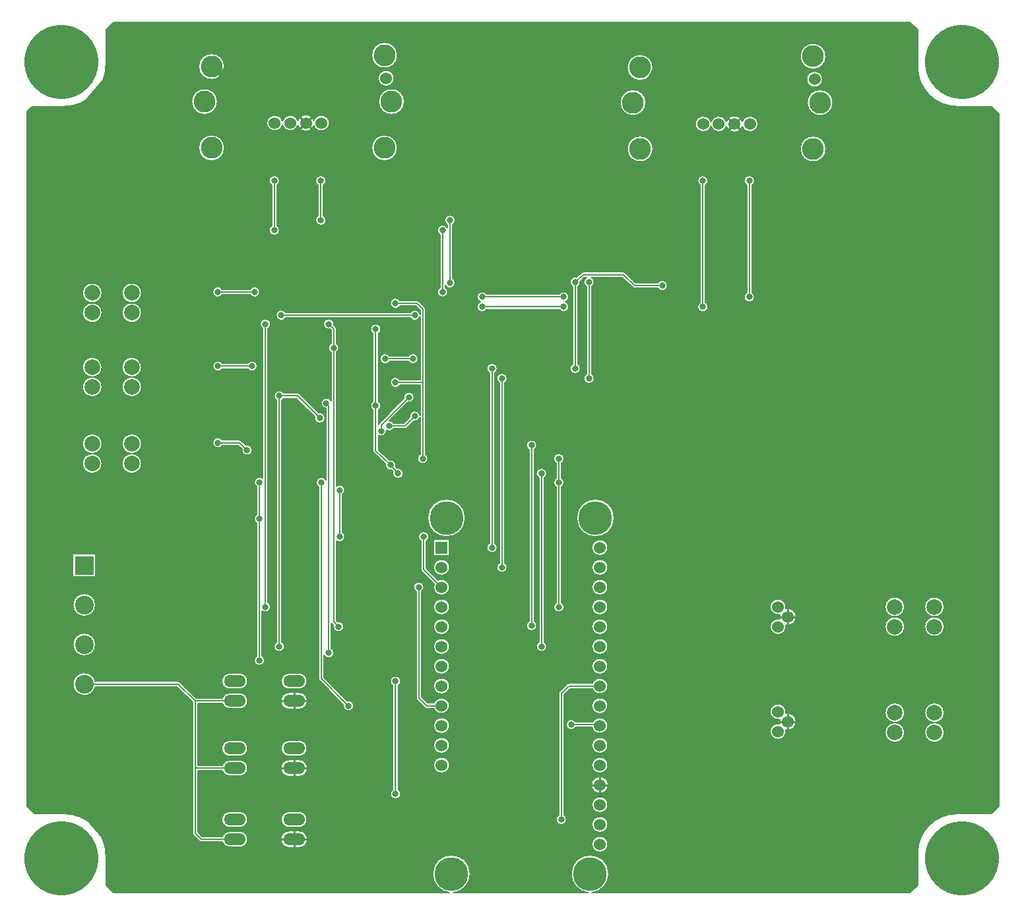
<source format=gbr>
G04 EasyPC Gerber Version 22.0 Build 4696 *
G04 #@! TF.Part,Single*
G04 #@! TF.FileFunction,Copper,L2,Bot *
G04 #@! TF.FilePolarity,Positive *
%FSLAX35Y35*%
%MOIN*%
G04 #@! TA.AperFunction,ComponentPad*
%ADD26R,0.06000X0.06000*%
%ADD24R,0.09449X0.09449*%
G04 #@! TD.AperFunction*
%ADD10C,0.00500*%
%ADD15C,0.00700*%
%ADD13C,0.01000*%
G04 #@! TA.AperFunction,ViaPad*
%ADD14C,0.03200*%
G04 #@! TA.AperFunction,ComponentPad*
%ADD17C,0.06000*%
%ADD21C,0.07874*%
%ADD25C,0.09449*%
%ADD18C,0.11024*%
%ADD27C,0.17000*%
G04 #@! TA.AperFunction,WasherPad*
%ADD16C,0.37500*%
G04 #@! TA.AperFunction,ComponentPad*
%ADD23O,0.11000X0.06000*%
X0Y0D02*
D02*
D10*
X5250Y400250D02*
Y49000D01*
X9000Y45250*
X24000*
G75*
G02X45250Y24000J-21250*
G01*
Y9000*
X49000Y5250*
X218774*
G75*
G02X210200Y14750I976J9500*
G01*
G75*
G02X229300I9550*
G01*
G75*
G02X220726Y5250I-9550*
G01*
X288774*
G75*
G02X280200Y14750I976J9500*
G01*
G75*
G02X299300I9550*
G01*
G75*
G02X290726Y5250I-9550*
G01*
X451500*
X455250Y9000*
Y25250*
G75*
G02X475250Y45250I20000*
G01*
X492750*
X496500Y49000*
Y399000*
X492750Y402750*
X475250*
G75*
G02X455250Y422750J20000*
G01*
Y441500*
X451500Y445250*
X49000*
X45250Y441500*
Y424000*
G75*
G02X24000Y402750I-21250*
G01*
X7750*
X5250Y400250*
X458763Y86250D02*
G75*
G02X468737I4987D01*
G01*
G75*
G02X458763I-4987*
G01*
Y96250D02*
G75*
G02X468737I4987D01*
G01*
G75*
G02X458763I-4987*
G01*
Y139750D02*
G75*
G02X468737I4987D01*
G01*
G75*
G02X458763I-4987*
G01*
Y149750D02*
G75*
G02X468737I4987D01*
G01*
G75*
G02X458763I-4987*
G01*
X53263Y222250D02*
G75*
G02X63237I4987D01*
G01*
G75*
G02X53263I-4987*
G01*
Y232250D02*
G75*
G02X63237I4987D01*
G01*
G75*
G02X53263I-4987*
G01*
Y261000D02*
G75*
G02X63237I4987D01*
G01*
G75*
G02X53263I-4987*
G01*
Y271000D02*
G75*
G02X63237I4987D01*
G01*
G75*
G02X53263I-4987*
G01*
Y298500D02*
G75*
G02X63237I4987D01*
G01*
G75*
G02X53263I-4987*
G01*
Y308500D02*
G75*
G02X63237I4987D01*
G01*
G75*
G02X53263I-4987*
G01*
X88444Y405250D02*
G75*
G02X101568I6562D01*
G01*
G75*
G02X88444I-6562*
G01*
X91987Y381825D02*
G75*
G02X105111I6562D01*
G01*
G75*
G02X91987I-6562*
G01*
X115899Y231581D02*
G75*
G02X119150Y229000I601J-2581D01*
G01*
G75*
G02X113850I-2650*
G01*
G75*
G02X113919Y229601I2650J1*
G01*
X112170Y231350*
X104000*
G75*
G02X99100Y232750I-2250J1400*
G01*
G75*
G02X104000Y234150I2650*
G01*
X112750*
G75*
G02X113741Y233739J-1400*
G01*
X115899Y231581*
X112750Y116301D02*
G75*
G02Y108199J-4051D01*
G01*
X107750*
G75*
G02Y116301J4051*
G01*
X112750*
X116750Y272900D02*
G75*
G02X121650Y271500I2250J-1400D01*
G01*
G75*
G02X116750Y270100I-2650*
G01*
X104000*
G75*
G02X99100Y271500I-2250J1400*
G01*
G75*
G02X104000Y272900I2650*
G01*
X116750*
X123100Y292750D02*
G75*
G02X128400I2650D01*
G01*
G75*
G02X127150Y290500I-2650*
G01*
Y152000*
G75*
G02X128400Y149750I-1400J-2250*
G01*
G75*
G02X124150Y147637I-2650*
G01*
Y125000*
G75*
G02X125400Y122750I-1400J-2250*
G01*
G75*
G02X120100I-2650*
G01*
G75*
G02X121350Y125000I2650*
G01*
Y192000*
G75*
G02Y196500I1400J2250*
G01*
Y210500*
G75*
G02X120100Y212750I1400J2250*
G01*
G75*
G02X124350Y214863I2650*
G01*
Y290500*
G75*
G02X123100Y292750I1400J2250*
G01*
X118000Y310400D02*
G75*
G02X122900Y309000I2250J-1400D01*
G01*
G75*
G02X118000Y307600I-2650*
G01*
X104000*
G75*
G02X99100Y309000I-2250J1400*
G01*
G75*
G02X104000Y310400I2650*
G01*
X118000*
X91987Y422967D02*
G75*
G02X105111I6562D01*
G01*
G75*
G02X91987I-6562*
G01*
X150230Y395735D02*
G75*
G02X158111Y394423I3831J-1312D01*
G01*
G75*
G02X150230Y393111I-4050*
G01*
G75*
G02X142144I-4043J1312*
G01*
G75*
G02X134376Y393473I-3831J1312*
G01*
G75*
G02X126389Y394423I-3937J950*
G01*
G75*
G02X134376Y395373I4050*
G01*
G75*
G02X142144Y395735I3937J-950*
G01*
G75*
G02X150230I4043J-1312*
G01*
X151100Y365250D02*
G75*
G02X156400I2650D01*
G01*
G75*
G02X155150Y363000I-2650*
G01*
Y347500*
G75*
G02X156400Y345250I-1400J-2250*
G01*
G75*
G02X151100I-2650*
G01*
G75*
G02X152350Y347500I2650*
G01*
Y363000*
G75*
G02X151100Y365250I1400J2250*
G01*
X127600D02*
G75*
G02X132900I2650D01*
G01*
G75*
G02X131650Y363000I-2650*
G01*
Y342500*
G75*
G02X132900Y340250I-1400J-2250*
G01*
G75*
G02X127600I-2650*
G01*
G75*
G02X128850Y342500I2650*
G01*
Y363000*
G75*
G02X127600Y365250I1400J2250*
G01*
X152649Y247831D02*
G75*
G02X155900Y245250I601J-2581D01*
G01*
G75*
G02X150600I-2650*
G01*
G75*
G02X150669Y245851I2650J1*
G01*
X141420Y255100*
X135000*
G75*
G02X134150Y254250I-2250J1400*
G01*
Y132000*
G75*
G02X135400Y129750I-1400J-2250*
G01*
G75*
G02X130100I-2650*
G01*
G75*
G02X131350Y132000I2650*
G01*
Y254250*
G75*
G02X130100Y256500I1400J2250*
G01*
G75*
G02X135000Y257900I2650*
G01*
X142000*
G75*
G02X142991Y257489J-1400*
G01*
X152649Y247831*
X167149Y102331D02*
G75*
G02X170400Y99750I601J-2581D01*
G01*
G75*
G02X165100I-2650*
G01*
G75*
G02X165169Y100351I2650J1*
G01*
X153011Y112509*
G75*
G02X152600Y113500I989J991*
G01*
Y210500*
G75*
G02X151350Y212750I1400J2250*
G01*
G75*
G02X156350Y213975I2650*
G01*
Y250104*
G75*
G02X153850Y252750I150J2646*
G01*
G75*
G02X158850Y253975I2650*
G01*
Y278500*
G75*
G02Y283000I1400J2250*
G01*
Y289670*
X158351Y290169*
G75*
G02X155100Y292750I-601J2581*
G01*
G75*
G02X160400I2650*
G01*
G75*
G02X160331Y292149I-2650J-1*
G01*
X161239Y291241*
G75*
G02X161650Y290250I-989J-991*
G01*
Y283000*
G75*
G02Y278500I-1400J-2250*
G01*
Y210863*
G75*
G02X165900Y208750I1600J-2113*
G01*
G75*
G02X164650Y206500I-2650*
G01*
Y187500*
G75*
G02X165900Y185250I-1400J-2250*
G01*
G75*
G02X161650Y183137I-2650*
G01*
Y142830*
X162149Y142331*
G75*
G02X165400Y139750I601J-2581*
G01*
G75*
G02X160100I-2650*
G01*
G75*
G02X160169Y140351I2650J1*
G01*
X159261Y141259*
G75*
G02X159150Y141384I987J989*
G01*
Y128750*
G75*
G02X160400Y126500I-1400J-2250*
G01*
G75*
G02X155400Y125275I-2650*
G01*
Y114080*
X167149Y102331*
X142750Y36500D02*
G75*
G02Y28000J-4250D01*
G01*
X137750*
G75*
G02Y36500J4250*
G01*
X142750*
Y72500D02*
G75*
G02Y64000J-4250D01*
G01*
X137750*
G75*
G02Y72500J4250*
G01*
X142750*
Y46301D02*
G75*
G02Y38199J-4051D01*
G01*
X137750*
G75*
G02Y46301J4051*
G01*
X142750*
Y106500D02*
G75*
G02Y98000J-4250D01*
G01*
X137750*
G75*
G02Y106500J4250*
G01*
X142750*
Y82301D02*
G75*
G02Y74199J-4051D01*
G01*
X137750*
G75*
G02Y82301J4051*
G01*
X142750*
Y116301D02*
G75*
G02Y108199J-4051D01*
G01*
X137750*
G75*
G02Y116301J4051*
G01*
X142750*
X206650Y227000D02*
G75*
G02X207900Y224750I-1400J-2250D01*
G01*
G75*
G02X202600I-2650*
G01*
G75*
G02X203850Y227000I2650*
G01*
Y245738*
G75*
G02X200649Y243669I-2600J512*
G01*
X197241Y240261*
G75*
G02X196250Y239850I-991J989*
G01*
X190500*
G75*
G02X186891Y238975I-2250J1400*
G01*
G75*
G02X186900Y238750I-2639J-224*
G01*
G75*
G02X182900Y236470I-2650*
G01*
Y229108*
X188310Y224059*
G75*
G02X191539Y220739I689J-2559*
G01*
X192311Y219863*
G75*
G02X195400Y217250I439J-2613*
G01*
G75*
G02X190100I-2650*
G01*
G75*
G02X190211Y218011I2650J1*
G01*
X189439Y218887*
G75*
G02X186400Y222012I-439J2613*
G01*
X180546Y227475*
G75*
G02X180100Y228500I954J1025*
G01*
Y249250*
G75*
G02Y253750I1400J2250*
G01*
Y288000*
G75*
G02X178850Y290250I1400J2250*
G01*
G75*
G02X184150I2650*
G01*
G75*
G02X182900Y288000I-2650*
G01*
Y253750*
G75*
G02Y249250I-1400J-2250*
G01*
Y242121*
G75*
G02X183261Y242741I1350J-370*
G01*
X195669Y255149*
G75*
G02X195600Y255750I2581J600*
G01*
G75*
G02X200900I2650*
G01*
G75*
G02X197649Y253169I-2650*
G01*
X188377Y243897*
G75*
G02X190500Y242650I-127J-2647*
G01*
X195670*
X198669Y245649*
G75*
G02X198600Y246250I2581J600*
G01*
G75*
G02X203850Y246762I2650*
G01*
Y261850*
X193750*
G75*
G02X188850Y263250I-2250J1400*
G01*
G75*
G02X193750Y264650I2650*
G01*
X203850*
Y296738*
G75*
G02X199000Y295850I-2600J512*
G01*
X136000*
G75*
G02X131100Y297250I-2250J1400*
G01*
G75*
G02X136000Y298650I2650*
G01*
X199000*
G75*
G02X203850Y297762I2250J-1400*
G01*
Y299670*
X201670Y301850*
X193750*
G75*
G02X188850Y303250I-2250J1400*
G01*
G75*
G02X193750Y304650I2650*
G01*
X202250*
G75*
G02X203241Y304239J-1400*
G01*
X206239Y301241*
G75*
G02X206650Y300250I-989J-991*
G01*
Y227000*
X213053Y163427D02*
G75*
G02X218800Y159750I1697J-3677D01*
G01*
G75*
G02X210700I-4050*
G01*
G75*
G02X211073Y161447I4050*
G01*
X204761Y167759*
G75*
G02X204350Y168750I989J991*
G01*
Y183000*
G75*
G02X203100Y185250I1400J2250*
G01*
G75*
G02X208400I2650*
G01*
G75*
G02X207150Y183000I-2650*
G01*
Y169330*
X213053Y163427*
X210700Y109750D02*
G75*
G02X218800I4050D01*
G01*
G75*
G02X210700I-4050*
G01*
Y119750D02*
G75*
G02X218800I4050D01*
G01*
G75*
G02X210700I-4050*
G01*
Y129750D02*
G75*
G02X218800I4050D01*
G01*
G75*
G02X210700I-4050*
G01*
Y139750D02*
G75*
G02X218800I4050D01*
G01*
G75*
G02X210700I-4050*
G01*
Y149750D02*
G75*
G02X218800I4050D01*
G01*
G75*
G02X210700I-4050*
G01*
X207700Y194750D02*
G75*
G02X226800I9550D01*
G01*
G75*
G02X207700I-9550*
G01*
X210699Y183801D02*
X218801D01*
Y175699*
X210699*
Y183801*
X210700Y169750D02*
G75*
G02X218800I4050D01*
G01*
G75*
G02X210700I-4050*
G01*
X210950Y101150D02*
G75*
G02X218800Y99750I3800J-1400D01*
G01*
G75*
G02X210950Y98350I-4050*
G01*
X207250*
G75*
G02X206259Y98761J1400*
G01*
X202261Y102759*
G75*
G02X201850Y103750I989J991*
G01*
Y157500*
G75*
G02X200600Y159750I1400J2250*
G01*
G75*
G02X205900I2650*
G01*
G75*
G02X204650Y157500I-2650*
G01*
Y104330*
X207830Y101150*
X210950*
X210700Y69750D02*
G75*
G02X218800I4050D01*
G01*
G75*
G02X210700I-4050*
G01*
Y79750D02*
G75*
G02X218800I4050D01*
G01*
G75*
G02X210700I-4050*
G01*
Y89750D02*
G75*
G02X218800I4050D01*
G01*
G75*
G02X210700I-4050*
G01*
X188850Y112250D02*
G75*
G02X194150I2650D01*
G01*
G75*
G02X192900Y110000I-2650*
G01*
Y57500*
G75*
G02X194150Y55250I-1400J-2250*
G01*
G75*
G02X188850I-2650*
G01*
G75*
G02X190100Y57500I2650*
G01*
Y110000*
G75*
G02X188850Y112250I1400J2250*
G01*
X198000Y276650D02*
G75*
G02X202900Y275250I2250J-1400D01*
G01*
G75*
G02X198000Y273850I-2650*
G01*
X188500*
G75*
G02X183600Y275250I-2250J1400*
G01*
G75*
G02X188500Y276650I2650*
G01*
X198000*
X179389Y381825D02*
G75*
G02X192513I6562D01*
G01*
G75*
G02X179389I-6562*
G01*
Y428675D02*
G75*
G02X192513I6562D01*
G01*
G75*
G02X179389I-6562*
G01*
X182688Y417061D02*
G75*
G02X190788I4050D01*
G01*
G75*
G02X182688I-4050*
G01*
X182932Y405250D02*
G75*
G02X196056I6562D01*
G01*
G75*
G02X182932I-6562*
G01*
X216350Y345250D02*
G75*
G02X221650I2650D01*
G01*
G75*
G02X220400Y343000I-2650*
G01*
Y315823*
G75*
G02X221650Y313573I-1400J-2250*
G01*
G75*
G02X216650Y312348I-2650*
G01*
Y311250*
G75*
G02X217900Y309000I-1400J-2250*
G01*
G75*
G02X212600I-2650*
G01*
G75*
G02X213850Y311250I2650*
G01*
Y338000*
G75*
G02X212600Y340250I1400J2250*
G01*
G75*
G02X217600Y341475I2650*
G01*
Y343000*
G75*
G02X216350Y345250I1400J2250*
G01*
X274250Y307900D02*
G75*
G02X279150Y306500I2250J-1400D01*
G01*
G75*
G02X277379Y304000I-2650*
G01*
G75*
G02X279150Y301500I-879J-2500*
G01*
G75*
G02X274250Y300100I-2650*
G01*
X237500*
G75*
G02X232600Y301500I-2250J1400*
G01*
G75*
G02X234371Y304000I2650*
G01*
G75*
G02X232600Y306500I879J2500*
G01*
G75*
G02X237500Y307900I2650*
G01*
X274250*
X237600Y270250D02*
G75*
G02X242900I2650D01*
G01*
G75*
G02X241650Y268000I-2650*
G01*
Y182000*
G75*
G02X242900Y179750I-1400J-2250*
G01*
G75*
G02X237600I-2650*
G01*
G75*
G02X238850Y182000I2650*
G01*
Y268000*
G75*
G02X237600Y270250I1400J2250*
G01*
X242600Y265250D02*
G75*
G02X247900I2650D01*
G01*
G75*
G02X246650Y263000I-2650*
G01*
Y172000*
G75*
G02X247900Y169750I-1400J-2250*
G01*
G75*
G02X242600I-2650*
G01*
G75*
G02X243850Y172000I2650*
G01*
Y263000*
G75*
G02X242600Y265250I1400J2250*
G01*
X257600Y231500D02*
G75*
G02X262900I2650D01*
G01*
G75*
G02X261650Y229250I-2650*
G01*
Y142500*
G75*
G02X262900Y140250I-1400J-2250*
G01*
G75*
G02X257600I-2650*
G01*
G75*
G02X258850Y142500I2650*
G01*
Y229250*
G75*
G02X257600Y231500I1400J2250*
G01*
X262600Y217250D02*
G75*
G02X267900I2650D01*
G01*
G75*
G02X266650Y215000I-2650*
G01*
Y132000*
G75*
G02X267900Y129750I-1400J-2250*
G01*
G75*
G02X262600I-2650*
G01*
G75*
G02X263850Y132000I2650*
G01*
Y215000*
G75*
G02X262600Y217250I1400J2250*
G01*
X271350Y224750D02*
G75*
G02X276650I2650D01*
G01*
G75*
G02X275400Y222500I-2650*
G01*
Y215000*
G75*
G02Y210500I-1400J-2250*
G01*
Y152000*
G75*
G02X276650Y149750I-1400J-2250*
G01*
G75*
G02X271350I-2650*
G01*
G75*
G02X272600Y152000I2650*
G01*
Y210500*
G75*
G02Y215000I1400J2250*
G01*
Y222500*
G75*
G02X271350Y224750I1400J2250*
G01*
X290950Y111150D02*
G75*
G02X298800Y109750I3800J-1400D01*
G01*
G75*
G02X290950Y108350I-4050*
G01*
X279580*
X276650Y105420*
Y44500*
G75*
G02X277900Y42250I-1400J-2250*
G01*
G75*
G02X272600I-2650*
G01*
G75*
G02X273850Y44500I2650*
G01*
Y106000*
G75*
G02X274261Y106991I1400*
G01*
X278009Y110739*
G75*
G02X279000Y111150I991J-989*
G01*
X290950*
X290700Y99750D02*
G75*
G02X298800I4050D01*
G01*
G75*
G02X290700I-4050*
G01*
X291173Y91650D02*
G75*
G02X298800Y89750I3577J-1900D01*
G01*
G75*
G02X290801Y88850I-4050*
G01*
X282500*
G75*
G02X277600Y90250I-2250J1400*
G01*
G75*
G02X282500Y91650I2650*
G01*
X291173*
X290500Y59750D02*
G75*
G02X299000I4250D01*
G01*
G75*
G02X290500I-4250*
G01*
X290700Y29750D02*
G75*
G02X298800I4050D01*
G01*
G75*
G02X290700I-4050*
G01*
Y39750D02*
G75*
G02X298800I4050D01*
G01*
G75*
G02X290700I-4050*
G01*
Y49750D02*
G75*
G02X298800I4050D01*
G01*
G75*
G02X290700I-4050*
G01*
Y69750D02*
G75*
G02X298800I4050D01*
G01*
G75*
G02X290700I-4050*
G01*
Y79750D02*
G75*
G02X298800I4050D01*
G01*
G75*
G02X290700I-4050*
G01*
X324000Y313650D02*
G75*
G02X328900Y312250I2250J-1400D01*
G01*
G75*
G02X324000Y310850I-2650*
G01*
X312250*
G75*
G02X311259Y311261J1400*
G01*
X306170Y316350*
X290475*
G75*
G02X290650Y311750I-1225J-2350*
G01*
Y267500*
G75*
G02X291900Y265250I-1400J-2250*
G01*
G75*
G02X286600I-2650*
G01*
G75*
G02X287850Y267500I2650*
G01*
Y311750*
G75*
G02X288025Y316350I1400J2250*
G01*
X286830*
X284871Y314391*
G75*
G02X283650Y311750I-2621J-391*
G01*
Y272500*
G75*
G02X284900Y270250I-1400J-2250*
G01*
G75*
G02X279600I-2650*
G01*
G75*
G02X280850Y272500I2650*
G01*
Y311750*
G75*
G02X283047Y316527I1400J2250*
G01*
X285259Y318739*
G75*
G02X286250Y319150I991J-989*
G01*
X306750*
G75*
G02X307741Y318739J-1400*
G01*
X312830Y313650*
X324000*
X282950Y194750D02*
G75*
G02X302050I9550D01*
G01*
G75*
G02X282950I-9550*
G01*
X290700Y119750D02*
G75*
G02X298800I4050D01*
G01*
G75*
G02X290700I-4050*
G01*
Y129750D02*
G75*
G02X298800I4050D01*
G01*
G75*
G02X290700I-4050*
G01*
Y139750D02*
G75*
G02X298800I4050D01*
G01*
G75*
G02X290700I-4050*
G01*
Y149750D02*
G75*
G02X298800I4050D01*
G01*
G75*
G02X290700I-4050*
G01*
Y159750D02*
G75*
G02X298800I4050D01*
G01*
G75*
G02X290700I-4050*
G01*
Y169750D02*
G75*
G02X298800I4050D01*
G01*
G75*
G02X290700I-4050*
G01*
Y179750D02*
G75*
G02X298800I4050D01*
G01*
G75*
G02X290700I-4050*
G01*
X304944Y404750D02*
G75*
G02X318068I6562D01*
G01*
G75*
G02X304944I-6562*
G01*
X308487Y381325D02*
G75*
G02X321611I6562D01*
G01*
G75*
G02X308487I-6562*
G01*
Y422467D02*
G75*
G02X321611I6562D01*
G01*
G75*
G02X308487I-6562*
G01*
X366730Y395235D02*
G75*
G02X374611Y393923I3831J-1312D01*
G01*
G75*
G02X366730Y392611I-4050*
G01*
G75*
G02X358644I-4043J1312*
G01*
G75*
G02X350876Y392973I-3831J1312*
G01*
G75*
G02X342889Y393923I-3937J950*
G01*
G75*
G02X350876Y394873I4050*
G01*
G75*
G02X358644Y395235I3937J-950*
G01*
G75*
G02X366730I4043J-1312*
G01*
X367600Y365250D02*
G75*
G02X372900I2650D01*
G01*
G75*
G02X371650Y363000I-2650*
G01*
Y308750*
G75*
G02X372900Y306500I-1400J-2250*
G01*
G75*
G02X367600I-2650*
G01*
G75*
G02X368850Y308750I2650*
G01*
Y363000*
G75*
G02X367600Y365250I1400J2250*
G01*
X344100D02*
G75*
G02X349400I2650D01*
G01*
G75*
G02X348150Y363000I-2650*
G01*
Y303750*
G75*
G02X349400Y301500I-1400J-2250*
G01*
G75*
G02X344100I-2650*
G01*
G75*
G02X345350Y303750I2650*
G01*
Y363000*
G75*
G02X344100Y365250I1400J2250*
G01*
X388703Y95869D02*
G75*
G02X394000Y91750I1047J-4119D01*
G01*
G75*
G02X388703Y87631I-4250J0*
G01*
G75*
G02X384750Y82700I-3953J-881*
G01*
G75*
G02X380700Y86750J4050*
G01*
G75*
G02X385631Y90703I4051J-1*
G01*
G75*
G02Y92797I4119J1047*
G01*
G75*
G02X380700Y96750I-881J3953*
G01*
G75*
G02X384750Y100800I4050*
G01*
G75*
G02X388703Y95869I-1J-4051*
G01*
Y148869D02*
G75*
G02X394000Y144750I1047J-4119D01*
G01*
G75*
G02X388703Y140631I-4250J0*
G01*
G75*
G02X384750Y135700I-3953J-881*
G01*
G75*
G02X380700Y139750J4050*
G01*
G75*
G02X385631Y143703I4051J-1*
G01*
G75*
G02Y145797I4119J1047*
G01*
G75*
G02X380700Y149750I-881J3953*
G01*
G75*
G02X384750Y153800I4050*
G01*
G75*
G02X388703Y148869I-1J-4051*
G01*
X395889Y381325D02*
G75*
G02X409013I6562D01*
G01*
G75*
G02X395889I-6562*
G01*
Y428175D02*
G75*
G02X409013I6562D01*
G01*
G75*
G02X395889I-6562*
G01*
X399188Y416561D02*
G75*
G02X407288I4050D01*
G01*
G75*
G02X399188I-4050*
G01*
X399432Y404750D02*
G75*
G02X412556I6562D01*
G01*
G75*
G02X399432I-6562*
G01*
X438763Y86250D02*
G75*
G02X448737I4987D01*
G01*
G75*
G02X438763I-4987*
G01*
Y96250D02*
G75*
G02X448737I4987D01*
G01*
G75*
G02X438763I-4987*
G01*
Y139750D02*
G75*
G02X448737I4987D01*
G01*
G75*
G02X438763I-4987*
G01*
Y149750D02*
G75*
G02X448737I4987D01*
G01*
G75*
G02X438763I-4987*
G01*
X28474Y176526D02*
X40026D01*
Y164974*
X28474*
Y176526*
X112750Y106301D02*
G75*
G02Y98199J-4051D01*
G01*
X107750*
G75*
G02X103948Y100850J4051*
G01*
X91650*
Y69650*
X103948*
G75*
G02X107750Y72301I3802J-1400*
G01*
X112750*
G75*
G02Y64199J-4051*
G01*
X107750*
G75*
G02X103948Y66850J4051*
G01*
X91650*
Y35830*
X93830Y33650*
X103948*
G75*
G02X107750Y36301I3802J-1400*
G01*
X112750*
G75*
G02Y28199J-4051*
G01*
X107750*
G75*
G02X103948Y30850J4051*
G01*
X93250*
G75*
G02X92259Y31261J1400*
G01*
X89261Y34259*
G75*
G02X88850Y35250I989J991*
G01*
Y68885*
G75*
G02Y68889I1337J2*
G01*
G75*
G02Y68892I1337J2*
G01*
Y101670*
X81170Y109350*
X39852*
G75*
G02X28476Y110750I-5602J1400*
G01*
G75*
G02X39852Y112150I5774*
G01*
X81750*
G75*
G02X82741Y111739J-1400*
G01*
X90830Y103650*
X103948*
G75*
G02X107750Y106301I3802J-1400*
G01*
X112750*
Y82301D02*
G75*
G02Y74199J-4051D01*
G01*
X107750*
G75*
G02Y82301J4051*
G01*
X112750*
Y46301D02*
G75*
G02Y38199J-4051D01*
G01*
X107750*
G75*
G02Y46301J4051*
G01*
X112750*
X28476Y130750D02*
G75*
G02X40024I5774D01*
G01*
G75*
G02X28476I-5774*
G01*
Y150750D02*
G75*
G02X40024I5774D01*
G01*
G75*
G02X28476I-5774*
G01*
X33263Y222250D02*
G75*
G02X43237I4987D01*
G01*
G75*
G02X33263I-4987*
G01*
Y232250D02*
G75*
G02X43237I4987D01*
G01*
G75*
G02X33263I-4987*
G01*
Y261000D02*
G75*
G02X43237I4987D01*
G01*
G75*
G02X33263I-4987*
G01*
Y271000D02*
G75*
G02X43237I4987D01*
G01*
G75*
G02X33263I-4987*
G01*
Y298500D02*
G75*
G02X43237I4987D01*
G01*
G75*
G02X33263I-4987*
G01*
Y308500D02*
G75*
G02X43237I4987D01*
G01*
G75*
G02X33263I-4987*
G01*
X45250Y24000D02*
G36*
Y9000D01*
X48750Y5500*
X217375*
G75*
G02X210200Y14750I2375J9250*
G01*
G75*
G02X229300I9550*
G01*
G75*
G02X222125Y5500I-9550J0*
G01*
X287375*
G75*
G02X280200Y14750I2375J9250*
G01*
G75*
G02X299300I9550*
G01*
G75*
G02X292125Y5500I-9550J0*
G01*
X451750*
X455250Y9000*
Y25250*
G75*
G02X456515Y32250I20000*
G01*
X297936*
G75*
G02X298800Y29750I-3186J-2500*
G01*
G75*
G02X290700I-4050*
G01*
G75*
G02X291564Y32250I4050*
G01*
X147000*
G75*
G02X142750Y28000I-4250*
G01*
X137750*
G75*
G02X133500Y32250J4250*
G01*
X116801*
G75*
G02X112750Y28199I-4051*
G01*
X107750*
G75*
G02X103948Y30850I0J4052*
G01*
X93250*
G75*
G02X92259Y31261I0J1399*
G01*
X91270Y32250*
X43583*
G75*
G02X45250Y24000I-19584J-8250*
G01*
G37*
X34886Y42250D02*
G36*
G75*
G02X43583Y32250I-10886J-18250D01*
G01*
X91270*
X89261Y34259*
G75*
G02X88850Y35249I986J990*
G01*
G75*
G02Y35250I1611J1*
G01*
Y42250*
X34886*
G37*
X91650D02*
G36*
Y35830D01*
X93830Y33650*
X103948*
G75*
G02X107750Y36301I3802J-1400*
G01*
X112750*
G75*
G02X116801Y32250J-4051*
G01*
X133500*
G75*
G02X137750Y36500I4250*
G01*
X142750*
G75*
G02X147000Y32250J-4250*
G01*
X291564*
G75*
G02X297936I3186J-2500*
G01*
X456515*
G75*
G02X464714Y42250I18735J-7000*
G01*
X297936*
G75*
G02X298800Y39750I-3186J-2500*
G01*
G75*
G02X290700I-4050*
G01*
G75*
G02X291564Y42250I4050*
G01*
X277900*
G75*
G02X272600I-2650*
G01*
X146801*
G75*
G02X142750Y38199I-4051*
G01*
X137750*
G75*
G02X133699Y42250J4051*
G01*
X116801*
G75*
G02X112750Y38199I-4051*
G01*
X107750*
G75*
G02X103699Y42250J4051*
G01*
X91650*
G37*
X5500Y49750D02*
G36*
Y48750D01*
X9000Y45250*
X24000*
G75*
G02X34886Y42250I0J-21251*
G01*
X88850*
Y49750*
X5500*
G37*
X91650D02*
G36*
Y42250D01*
X103699*
G75*
G02X107750Y46301I4051*
G01*
X112750*
G75*
G02X116801Y42250J-4051*
G01*
X133699*
G75*
G02X137750Y46301I4051*
G01*
X142750*
G75*
G02X146801Y42250J-4051*
G01*
X272600*
G75*
G02X273850Y44500I2650*
G01*
Y49750*
X91650*
G37*
X276650D02*
G36*
Y44500D01*
G75*
G02X277900Y42250I-1400J-2250*
G01*
X291564*
G75*
G02X297936I3186J-2500*
G01*
X464714*
G75*
G02X475250Y45250I10536J-17000*
G01*
X492750*
X496250Y48750*
Y49750*
X298800*
G75*
G02X290700I-4050*
G01*
X276650*
G37*
X5500Y59750D02*
G36*
Y49750D01*
X88850*
Y59750*
X5500*
G37*
X91650D02*
G36*
Y49750D01*
X273850*
Y59750*
X192900*
Y57500*
G75*
G02X194150Y55250I-1400J-2250*
G01*
G75*
G02X188850I-2650*
G01*
G75*
G02X190100Y57500I2650*
G01*
Y59750*
X91650*
G37*
X276650D02*
G36*
Y49750D01*
X290700*
G75*
G02X298800I4050*
G01*
X496250*
Y59750*
X299000*
G75*
G02X290500I-4250*
G01*
X276650*
G37*
X5500Y68250D02*
G36*
Y59750D01*
X88850*
Y68250*
X5500*
G37*
X91650Y66850D02*
G36*
Y59750D01*
X190100*
Y68250*
X147000*
G75*
G02X142750Y64000I-4250*
G01*
X137750*
G75*
G02X133500Y68250J4250*
G01*
X116801*
G75*
G02X112750Y64199I-4051*
G01*
X107750*
G75*
G02X103948Y66850I0J4052*
G01*
X91650*
G37*
X192900Y68250D02*
G36*
Y59750D01*
X273850*
Y68250*
X218512*
G75*
G02X210988I-3762J1500*
G01*
X192900*
G37*
X276650D02*
G36*
Y59750D01*
X290500*
G75*
G02X299000I4250*
G01*
X496250*
Y68250*
X298512*
G75*
G02X290988I-3762J1500*
G01*
X276650*
G37*
X5500Y78250D02*
G36*
Y68250D01*
X88850*
Y68885*
Y68889*
Y68892*
Y78250*
X5500*
G37*
X91650D02*
G36*
Y69650D01*
X103948*
G75*
G02X107750Y72301I3802J-1400*
G01*
X112750*
G75*
G02X116801Y68250J-4051*
G01*
X133500*
G75*
G02X137750Y72500I4250*
G01*
X142750*
G75*
G02X147000Y68250J-4250*
G01*
X190100*
Y78250*
X146801*
G75*
G02X142750Y74199I-4051*
G01*
X137750*
G75*
G02X133699Y78250J4051*
G01*
X116801*
G75*
G02X112750Y74199I-4051*
G01*
X107750*
G75*
G02X103699Y78250J4051*
G01*
X91650*
G37*
X192900D02*
G36*
Y68250D01*
X210988*
G75*
G02X210700Y69750I3762J1500*
G01*
G75*
G02X218800I4050*
G01*
G75*
G02X218512Y68250I-4050J0*
G01*
X273850*
Y78250*
X218512*
G75*
G02X210988I-3762J1500*
G01*
X192900*
G37*
X276650D02*
G36*
Y68250D01*
X290988*
G75*
G02X290700Y69750I3762J1500*
G01*
G75*
G02X298800I4050*
G01*
G75*
G02X298512Y68250I-4050J0*
G01*
X496250*
Y78250*
X298512*
G75*
G02X290988I-3762J1500*
G01*
X276650*
G37*
X5500Y86250D02*
G36*
Y78250D01*
X88850*
Y86250*
X5500*
G37*
X91650D02*
G36*
Y78250D01*
X103699*
G75*
G02X107750Y82301I4051*
G01*
X112750*
G75*
G02X116801Y78250J-4051*
G01*
X133699*
G75*
G02X137750Y82301I4051*
G01*
X142750*
G75*
G02X146801Y78250J-4051*
G01*
X190100*
Y86250*
X91650*
G37*
X192900D02*
G36*
Y78250D01*
X210988*
G75*
G02X210700Y79750I3762J1500*
G01*
G75*
G02X218800I4050*
G01*
G75*
G02X218512Y78250I-4050J0*
G01*
X273850*
Y86250*
X216788*
G75*
G02X212712I-2038J3500*
G01*
X192900*
G37*
X276650D02*
G36*
Y78250D01*
X290988*
G75*
G02X290700Y79750I3762J1500*
G01*
G75*
G02X298800I4050*
G01*
G75*
G02X298512Y78250I-4050J0*
G01*
X496250*
Y86250*
X468737*
G75*
G02X458763I-4987*
G01*
X448737*
G75*
G02X438763I-4987*
G01*
X388769*
G75*
G02X384750Y82700I-4019J500*
G01*
G75*
G02X380731Y86250J4050*
G01*
X296788*
G75*
G02X292712I-2038J3500*
G01*
X276650*
G37*
X5500Y96250D02*
G36*
Y86250D01*
X88850*
Y96250*
X5500*
G37*
X91650D02*
G36*
Y86250D01*
X190100*
Y96250*
X91650*
G37*
X192900D02*
G36*
Y86250D01*
X212712*
G75*
G02X210700Y89750I2038J3500*
G01*
G75*
G02X218800I4050*
G01*
G75*
G02X216788Y86250I-4050*
G01*
X273850*
Y96250*
X216787*
G75*
G02X212712I-2037J3500*
G01*
X192900*
G37*
X276650D02*
G36*
Y86250D01*
X292712*
G75*
G02X290801Y88850I2038J3500*
G01*
X282500*
G75*
G02X277600Y90250I-2250J1400*
G01*
G75*
G02X282500Y91650I2650*
G01*
X291173*
G75*
G02X298800Y89750I3577J-1900*
G01*
G75*
G02X296788Y86250I-4050*
G01*
X380731*
G75*
G02X380700Y86750I4019J501*
G01*
G75*
G02X385631Y90703I4050J0*
G01*
G75*
G02X385500Y91750I4114J1047*
G01*
G75*
G02X385631Y92797I4245*
G01*
G75*
G02X380731Y96250I-881J3953*
G01*
X296788*
G75*
G02X292712I-2038J3500*
G01*
X276650*
G37*
X388769D02*
G36*
G75*
G02X388703Y95869I-4020J501D01*
G01*
G75*
G02X394000Y91750I1047J-4119*
G01*
Y91750*
G75*
G02X388703Y87631I-4250*
G01*
G75*
G02X388800Y86750I-3953J-880*
G01*
G75*
G02X388769Y86250I-4050J-2*
G01*
X438763*
G75*
G02X448737I4987*
G01*
X458763*
G75*
G02X468737I4987*
G01*
X496250*
Y96250*
X468737*
G75*
G02X458763I-4987*
G01*
X448737*
G75*
G02X438763I-4987*
G01*
X388769*
G37*
X5500Y102250D02*
G36*
Y96250D01*
X88850*
Y101670*
X88270Y102250*
X5500*
G37*
X91650Y100850D02*
G36*
Y96250D01*
X190100*
Y102250*
X168629*
G75*
G02X170400Y99750I-880J-2500*
G01*
G75*
G02X165100I-2650*
G01*
G75*
G02X165169Y100351I2667J-1*
G01*
X163270Y102250*
X147000*
G75*
G02X142750Y98000I-4250*
G01*
X137750*
G75*
G02X133500Y102250J4250*
G01*
X116801*
G75*
G02X112750Y98199I-4051*
G01*
X107750*
G75*
G02X103948Y100850I0J4052*
G01*
X91650*
G37*
X192900Y102250D02*
G36*
Y96250D01*
X212712*
G75*
G02X210950Y98350I2038J3500*
G01*
X207250*
G75*
G02X206259Y98761I0J1399*
G01*
X202770Y102250*
X192900*
G37*
X206730D02*
G36*
X207830Y101150D01*
X210950*
G75*
G02X211564Y102250I3800J-1400*
G01*
X206730*
G37*
X218800Y99750D02*
G36*
G75*
G02X216787Y96250I-4050J0D01*
G01*
X273850*
Y102250*
X217936*
G75*
G02X218800Y99750I-3186J-2500*
G01*
G37*
X276650Y102250D02*
G36*
Y96250D01*
X292712*
G75*
G02X290700Y99750I2038J3500*
G01*
G75*
G02X291564Y102250I4050*
G01*
X276650*
G37*
X298800Y99750D02*
G36*
G75*
G02X296788Y96250I-4050D01*
G01*
X380731*
G75*
G02X380700Y96750I4020J501*
G01*
G75*
G02X384750Y100800I4050*
G01*
G75*
G02X388800Y96750J-4050*
G01*
G75*
G02X388769Y96250I-4052J-2*
G01*
X438763*
G75*
G02X448737I4987*
G01*
X458763*
G75*
G02X468737I4987*
G01*
X496250*
Y102250*
X297936*
G75*
G02X298800Y99750I-3186J-2500*
G01*
G37*
X5500Y112250D02*
G36*
Y102250D01*
X88270*
X81170Y109350*
X39852*
G75*
G02X28476Y110750I-5602J1400*
G01*
G75*
G02X28674Y112250I5774J1*
G01*
X5500*
G37*
X39826D02*
G36*
G75*
G02X39852Y112150I-5577J-1502D01*
G01*
X81750*
G75*
G02X82741Y111739I0J-1399*
G01*
X90830Y103650*
X103948*
G75*
G02X107750Y106301I3802J-1400*
G01*
X112750*
G75*
G02X116801Y102250J-4051*
G01*
X133500*
G75*
G02X137750Y106500I4250*
G01*
X142750*
G75*
G02X147000Y102250J-4250*
G01*
X163270*
X153270Y112250*
X146801*
G75*
G02X142750Y108199I-4051*
G01*
X137750*
G75*
G02X133699Y112250J4051*
G01*
X116801*
G75*
G02X112750Y108199I-4051*
G01*
X107750*
G75*
G02X103699Y112250J4051*
G01*
X39826*
G37*
X157230D02*
G36*
X167149Y102331D01*
G75*
G02X168629Y102250I601J-2581*
G01*
X190100*
Y110000*
G75*
G02X188850Y112250I1400J2250*
G01*
X157230*
G37*
X192900Y110000D02*
G36*
Y102250D01*
X202770*
X202261Y102759*
G75*
G02X201850Y103749I986J990*
G01*
G75*
G02Y103750I1611J1*
G01*
Y112250*
X194150*
G75*
G02X192900Y110000I-2650*
G01*
G37*
X204650Y112250D02*
G36*
Y104330D01*
X206730Y102250*
X211564*
G75*
G02X217936I3186J-2500*
G01*
X273850*
Y106000*
Y106000*
G75*
G02X274261Y106991I1399*
G01*
X278009Y110739*
G75*
G02X279000Y111150I990J-987*
G01*
X290950*
G75*
G02X291564Y112250I3800J-1400*
G01*
X217936*
G75*
G02X218800Y109750I-3186J-2500*
G01*
G75*
G02X210700I-4050*
G01*
G75*
G02X211564Y112250I4050*
G01*
X204650*
G37*
X276650Y105420D02*
G36*
Y102250D01*
X291564*
G75*
G02X297936I3186J-2500*
G01*
X496250*
Y112250*
X297936*
G75*
G02X298800Y109750I-3186J-2500*
G01*
G75*
G02X290950Y108350I-4050*
G01*
X279580*
X276650Y105420*
G37*
X5500Y119750D02*
G36*
Y112250D01*
X28674*
G75*
G02X39826I5576J-1500*
G01*
X103699*
G75*
G02X107750Y116301I4051*
G01*
X112750*
G75*
G02X116801Y112250J-4051*
G01*
X133699*
G75*
G02X137750Y116301I4051*
G01*
X142750*
G75*
G02X146801Y112250J-4051*
G01*
X153270*
X153011Y112509*
G75*
G02X152600Y113499I986J990*
G01*
G75*
G02Y113500I1611J1*
G01*
Y119750*
X5500*
G37*
X155400D02*
G36*
Y114080D01*
X157230Y112250*
X188850*
G75*
G02X194150I2650*
G01*
X201850*
Y119750*
X155400*
G37*
X204650D02*
G36*
Y112250D01*
X211564*
G75*
G02X217936I3186J-2500*
G01*
X291564*
G75*
G02X297936I3186J-2500*
G01*
X496250*
Y119750*
X298800*
G75*
G02X290700I-4050*
G01*
X218800*
G75*
G02X210700I-4050*
G01*
X204650*
G37*
X5500Y129750D02*
G36*
Y119750D01*
X152600*
Y129750*
X135400*
G75*
G02X130100I-2650*
G01*
X124150*
Y125000*
G75*
G02X125400Y122750I-1400J-2250*
G01*
G75*
G02X120100I-2650*
G01*
G75*
G02X121350Y125000I2650*
G01*
Y129750*
X39937*
G75*
G02X28563I-5687J1000*
G01*
X5500*
G37*
X155400Y125275D02*
G36*
Y119750D01*
X201850*
Y129750*
X159150*
Y128750*
G75*
G02X160400Y126500I-1400J-2250*
G01*
G75*
G02X155400Y125275I-2650*
G01*
G37*
X204650Y129750D02*
G36*
Y119750D01*
X210700*
G75*
G02X218800I4050*
G01*
X290700*
G75*
G02X298800I4050*
G01*
X496250*
Y129750*
X298800*
G75*
G02X290700I-4050*
G01*
X267900*
G75*
G02X262600I-2650*
G01*
X218800*
G75*
G02X210700I-4050*
G01*
X204650*
G37*
X5500Y139750D02*
G36*
Y129750D01*
X28563*
G75*
G02X28476Y130750I5687J1001*
G01*
G75*
G02X40024I5774*
G01*
G75*
G02X39937Y129750I-5775J1*
G01*
X121350*
Y139750*
X5500*
G37*
X124150D02*
G36*
Y129750D01*
X130100*
G75*
G02X131350Y132000I2650*
G01*
Y139750*
X124150*
G37*
X134150D02*
G36*
Y132000D01*
G75*
G02X135400Y129750I-1400J-2250*
G01*
X152600*
Y139750*
X134150*
G37*
X159150D02*
G36*
Y129750D01*
X201850*
Y139750*
X165400*
G75*
G02X160100I-2650*
G01*
X159150*
G37*
X204650D02*
G36*
Y129750D01*
X210700*
G75*
G02X218800I4050*
G01*
X262600*
G75*
G02X263850Y132000I2650*
G01*
Y139750*
X262852*
G75*
G02X257648I-2602J500*
G01*
X218800*
G75*
G02X210700I-4050*
G01*
X204650*
G37*
X266650D02*
G36*
Y132000D01*
G75*
G02X267900Y129750I-1400J-2250*
G01*
X290700*
G75*
G02X298800I4050*
G01*
X496250*
Y139750*
X468737*
G75*
G02X458763I-4987*
G01*
X448737*
G75*
G02X438763I-4987*
G01*
X388800*
G75*
G02X384750Y135700I-4050*
G01*
G75*
G02X380700Y139750J4050*
G01*
X298800*
G75*
G02X290700I-4050*
G01*
X266650*
G37*
X5500Y149750D02*
G36*
Y139750D01*
X121350*
Y149750*
X39937*
G75*
G02X28563I-5687J1000*
G01*
X5500*
G37*
X124150Y147637D02*
G36*
Y139750D01*
X131350*
Y149750*
X128400*
Y149750*
G75*
G02X124150Y147637I-2650*
G01*
G37*
X134150Y149750D02*
G36*
Y139750D01*
X152600*
Y149750*
X134150*
G37*
X159150Y141384D02*
G36*
Y139750D01*
X160100*
G75*
G02X160169Y140351I2667J-1*
G01*
X159261Y141259*
G75*
G02X159150Y141384I928J937*
G01*
G37*
X161650Y149750D02*
G36*
Y142830D01*
X162149Y142331*
G75*
G02X165400Y139750I601J-2581*
G01*
X201850*
Y149750*
X161650*
G37*
X204650D02*
G36*
Y139750D01*
X210700*
G75*
G02X218800I4050*
G01*
X257648*
G75*
G02X257600Y140250I2602J500*
G01*
G75*
G02X258850Y142500I2650*
G01*
Y149750*
X218800*
G75*
G02X210700I-4050*
G01*
X204650*
G37*
X261650D02*
G36*
Y142500D01*
G75*
G02X262900Y140250I-1400J-2250*
G01*
G75*
G02X262852Y139750I-2650J0*
G01*
X263850*
Y149750*
X261650*
G37*
X266650D02*
G36*
Y139750D01*
X290700*
G75*
G02X298800I4050*
G01*
X380700*
G75*
G02X385631Y143703I4050J0*
G01*
G75*
G02X385500Y144750I4114J1047*
G01*
G75*
G02X385631Y145797I4245*
G01*
G75*
G02X380700Y149750I-881J3953*
G01*
X298800*
G75*
G02X290700I-4050*
G01*
X276650*
G75*
G02X271350I-2650*
G01*
X266650*
G37*
X388800Y149750D02*
G36*
G75*
G02X388703Y148869I-4051D01*
G01*
G75*
G02X394000Y144750I1047J-4119*
G01*
Y144750*
G75*
G02X388703Y140631I-4250*
G01*
G75*
G02X388800Y139750I-3953J-880*
G01*
X438763*
G75*
G02X448737I4987*
G01*
X458763*
G75*
G02X468737I4987*
G01*
X496250*
Y149750*
X468737*
G75*
G02X458763I-4987*
G01*
X448737*
G75*
G02X438763I-4987*
G01*
X388800*
Y149750*
G37*
X5500Y159750D02*
G36*
Y149750D01*
X28563*
G75*
G02X28476Y150750I5687J1001*
G01*
G75*
G02X40024I5774*
G01*
G75*
G02X39937Y149750I-5775J1*
G01*
X121350*
Y159750*
X5500*
G37*
X127150D02*
G36*
Y152000D01*
G75*
G02X128400Y149750I-1400J-2250*
G01*
X131350*
Y159750*
X127150*
G37*
X134150D02*
G36*
Y149750D01*
X152600*
Y159750*
X134150*
G37*
X161650D02*
G36*
Y149750D01*
X201850*
Y157500*
G75*
G02X200600Y159750I1400J2250*
G01*
X161650*
G37*
X204650Y157500D02*
G36*
Y149750D01*
X210700*
G75*
G02X218800I4050*
G01*
X258850*
Y159750*
X218800*
G75*
G02X210700I-4050*
G01*
X205900*
G75*
G02X204650Y157500I-2650*
G01*
G37*
X261650Y159750D02*
G36*
Y149750D01*
X263850*
Y159750*
X261650*
G37*
X266650D02*
G36*
Y149750D01*
X271350*
G75*
G02X272600Y152000I2650*
G01*
Y159750*
X266650*
G37*
X275400D02*
G36*
Y152000D01*
G75*
G02X276650Y149750I-1400J-2250*
G01*
X290700*
G75*
G02X298800I4050*
G01*
X380700*
G75*
G02X384750Y153800I4050*
G01*
G75*
G02X388800Y149750J-4050*
G01*
X438763*
G75*
G02X448737I4987*
G01*
X458763*
G75*
G02X468737I4987*
G01*
X496250*
Y159750*
X298800*
G75*
G02X290700I-4050*
G01*
X275400*
G37*
X5500Y171800D02*
G36*
Y159750D01*
X121350*
Y171800*
X40026*
Y164974*
X28474*
Y171800*
X5500*
G37*
X127150D02*
G36*
Y159750D01*
X131350*
Y171800*
X127150*
G37*
X134150D02*
G36*
Y159750D01*
X152600*
Y171800*
X134150*
G37*
X161650D02*
G36*
Y159750D01*
X200600*
G75*
G02X205900I2650*
G01*
X210700*
G75*
G02X211073Y161447I4057J-2*
G01*
X204761Y167759*
G75*
G02X204350Y168749I986J990*
G01*
G75*
G02Y168750I1611J1*
G01*
Y171800*
X161650*
G37*
X207150D02*
G36*
Y169330D01*
X213053Y163427*
G75*
G02X218800Y159750I1697J-3677*
G01*
X258850*
Y171800*
X246929*
G75*
G02X247900Y169750I-1679J-2050*
G01*
G75*
G02X242600I-2650*
G01*
G75*
G02X243571Y171800I2650*
G01*
X218243*
G75*
G02X218800Y169750I-3493J-2050*
G01*
G75*
G02X210700I-4050*
G01*
G75*
G02X211257Y171800I4050*
G01*
X207150*
G37*
X261650D02*
G36*
Y159750D01*
X263850*
Y171800*
X261650*
G37*
X266650D02*
G36*
Y159750D01*
X272600*
Y171800*
X266650*
G37*
X275400D02*
G36*
Y159750D01*
X290700*
G75*
G02X298800I4050*
G01*
X496250*
Y171800*
X298243*
G75*
G02X298800Y169750I-3493J-2050*
G01*
G75*
G02X290700I-4050*
G01*
G75*
G02X291257Y171800I4050*
G01*
X275400*
G37*
X5500Y179750D02*
G36*
Y171800D01*
X28474*
Y176526*
X40026*
Y171800*
X121350*
Y179750*
X5500*
G37*
X127150D02*
G36*
Y171800D01*
X131350*
Y179750*
X127150*
G37*
X134150D02*
G36*
Y171800D01*
X152600*
Y179750*
X134150*
G37*
X161650D02*
G36*
Y171800D01*
X204350*
Y179750*
X161650*
G37*
X207150D02*
G36*
Y171800D01*
X211257*
G75*
G02X218243I3493J-2050*
G01*
X243571*
G75*
G02X243850Y172000I1679J-2049*
G01*
Y179750*
X242900*
G75*
G02X237600I-2650*
G01*
X218801*
Y175699*
X210699*
Y179750*
X207150*
G37*
X246650D02*
G36*
Y172000D01*
G75*
G02X246929Y171800I-1400J-2249*
G01*
X258850*
Y179750*
X246650*
G37*
X261650D02*
G36*
Y171800D01*
X263850*
Y179750*
X261650*
G37*
X266650D02*
G36*
Y171800D01*
X272600*
Y179750*
X266650*
G37*
X275400D02*
G36*
Y171800D01*
X291257*
G75*
G02X298243I3493J-2050*
G01*
X496250*
Y179750*
X298800*
G75*
G02X290700I-4050*
G01*
X275400*
G37*
X5500Y194750D02*
G36*
Y179750D01*
X121350*
Y192000*
G75*
G02X120100Y194250I1400J2250*
G01*
G75*
G02X120148Y194750I2650J0*
G01*
X5500*
G37*
X127150D02*
G36*
Y179750D01*
X131350*
Y194750*
X127150*
G37*
X134150D02*
G36*
Y179750D01*
X152600*
Y194750*
X134150*
G37*
X161650Y183137D02*
G36*
Y179750D01*
X204350*
Y183000*
G75*
G02X203100Y185250I1400J2250*
G01*
G75*
G02X208400I2650*
G01*
G75*
G02X207150Y183000I-2650*
G01*
Y179750*
X210699*
Y183801*
X218801*
Y179750*
X237600*
G75*
G02X238850Y182000I2650*
G01*
Y194750*
X226800*
G75*
G02X207700I-9550*
G01*
X164650*
Y187500*
G75*
G02X165900Y185250I-1400J-2250*
G01*
Y185250*
G75*
G02X161650Y183137I-2650*
G01*
G37*
X241650Y194750D02*
G36*
Y182000D01*
G75*
G02X242900Y179750I-1400J-2250*
G01*
X243850*
Y194750*
X241650*
G37*
X246650D02*
G36*
Y179750D01*
X258850*
Y194750*
X246650*
G37*
X261650D02*
G36*
Y179750D01*
X263850*
Y194750*
X261650*
G37*
X266650D02*
G36*
Y179750D01*
X272600*
Y194750*
X266650*
G37*
X275400D02*
G36*
Y179750D01*
X290700*
G75*
G02X298800I4050*
G01*
X496250*
Y194750*
X302050*
G75*
G02X282950I-9550*
G01*
X275400*
G37*
X5500Y222250D02*
G36*
Y194750D01*
X120148*
G75*
G02X121350Y196500I2602J-500*
G01*
Y210500*
G75*
G02X120100Y212750I1400J2250*
G01*
Y212750*
G75*
G02X124350Y214863I2650*
G01*
Y222250*
X63237*
G75*
G02X53263I-4987*
G01*
X43237*
G75*
G02X33263I-4987*
G01*
X5500*
G37*
X127150D02*
G36*
Y194750D01*
X131350*
Y222250*
X127150*
G37*
X134150D02*
G36*
Y194750D01*
X152600*
Y210500*
G75*
G02X151350Y212750I1400J2250*
G01*
G75*
G02X156350Y213975I2650*
G01*
Y222250*
X134150*
G37*
X161650D02*
G36*
Y210863D01*
G75*
G02X165900Y208750I1600J-2112*
G01*
Y208750*
G75*
G02X164650Y206500I-2650*
G01*
Y194750*
X207700*
G75*
G02X226800I9550*
G01*
X238850*
Y222250*
X206129*
G75*
G02X204371I-879J2500*
G01*
X191541*
G75*
G02X191650Y221499I-2543J-751*
G01*
G75*
G02X191539Y220739I-2650*
G01*
X192311Y219863*
G75*
G02X195400Y217250I439J-2613*
G01*
G75*
G02X190100I-2650*
G01*
G75*
G02Y217251I2654J0*
G01*
G75*
G02X190211Y218011I2649*
G01*
X189439Y218887*
G75*
G02X186350Y221500I-439J2613*
G01*
G75*
G02X186400Y222012I2650J0*
G01*
X186145Y222250*
X161650*
G37*
X241650D02*
G36*
Y194750D01*
X243850*
Y222250*
X241650*
G37*
X246650D02*
G36*
Y194750D01*
X258850*
Y222250*
X246650*
G37*
X261650D02*
G36*
Y194750D01*
X263850*
Y215000*
G75*
G02X262600Y217250I1400J2250*
G01*
G75*
G02X267900I2650*
G01*
G75*
G02X266650Y215000I-2650*
G01*
Y194750*
X272600*
Y210500*
G75*
G02X271350Y212750I1400J2250*
G01*
G75*
G02X272600Y215000I2650*
G01*
Y222250*
X261650*
G37*
X275400Y210500D02*
G36*
Y194750D01*
X282950*
G75*
G02X302050I9550*
G01*
X496250*
Y222250*
X275400*
Y215000*
G75*
G02X276650Y212750I-1400J-2250*
G01*
G75*
G02X275400Y210500I-2650*
G01*
G37*
X5500Y232250D02*
G36*
Y222250D01*
X33263*
G75*
G02X43237I4987*
G01*
X53263*
G75*
G02X63237I4987*
G01*
X124350*
Y232250*
X115230*
X115899Y231581*
G75*
G02X119150Y229000I601J-2581*
G01*
G75*
G02X113850I-2650*
G01*
G75*
G02X113919Y229601I2667J-1*
G01*
X112170Y231350*
X104000*
G75*
G02X99148Y232250I-2250J1400*
G01*
X63237*
G75*
G02X53263I-4987*
G01*
X43237*
G75*
G02X33263I-4987*
G01*
X5500*
G37*
X127150D02*
G36*
Y222250D01*
X131350*
Y232250*
X127150*
G37*
X134150D02*
G36*
Y222250D01*
X156350*
Y232250*
X134150*
G37*
X161650D02*
G36*
Y222250D01*
X186145*
X180546Y227475*
G75*
G02X180100Y228500I953J1025*
G01*
Y232250*
X161650*
G37*
X182900D02*
G36*
Y229108D01*
X188310Y224059*
G75*
G02X191541Y222250I689J-2559*
G01*
X204371*
G75*
G02X202600Y224750I879J2500*
G01*
G75*
G02X203850Y227000I2650*
G01*
Y232250*
X182900*
G37*
X206650D02*
G36*
Y227000D01*
G75*
G02X207900Y224750I-1400J-2250*
G01*
G75*
G02X206129Y222250I-2650*
G01*
X238850*
Y232250*
X206650*
G37*
X241650D02*
G36*
Y222250D01*
X243850*
Y232250*
X241650*
G37*
X246650D02*
G36*
Y222250D01*
X258850*
Y229250*
G75*
G02X257600Y231500I1400J2250*
G01*
G75*
G02X257708Y232250I2650J0*
G01*
X246650*
G37*
X261650Y229250D02*
G36*
Y222250D01*
X272600*
Y222500*
G75*
G02X271350Y224750I1400J2250*
G01*
G75*
G02X276650I2650*
G01*
G75*
G02X275400Y222500I-2650*
G01*
Y222250*
X496250*
Y232250*
X262792*
G75*
G02X262900Y231500I-2542J-750*
G01*
G75*
G02X261650Y229250I-2650*
G01*
G37*
X5500Y261000D02*
G36*
Y232250D01*
X33263*
G75*
G02X43237I4987*
G01*
X53263*
G75*
G02X63237I4987*
G01*
X99148*
G75*
G02X99100Y232750I2602J500*
G01*
G75*
G02X104000Y234150I2650*
G01*
X112750*
G75*
G02X113741Y233739I0J-1399*
G01*
X115230Y232250*
X124350*
Y261000*
X63237*
G75*
G02X53263I-4987*
G01*
X43237*
G75*
G02X33263I-4987*
G01*
X5500*
G37*
X127150D02*
G36*
Y232250D01*
X131350*
Y254250*
G75*
G02X130100Y256500I1400J2250*
G01*
G75*
G02X135000Y257900I2650*
G01*
X142000*
G75*
G02X142991Y257489I0J-1399*
G01*
X152649Y247831*
G75*
G02X155900Y245250I601J-2581*
G01*
G75*
G02X150600I-2650*
G01*
G75*
G02X150669Y245851I2667J-1*
G01*
X141420Y255100*
X135000*
G75*
G02X134150Y254250I-2243J1393*
G01*
Y232250*
X156350*
Y250104*
G75*
G02X153850Y252750I150J2646*
G01*
G75*
G02X158850Y253975I2650*
G01*
Y261000*
X127150*
G37*
X161650D02*
G36*
Y232250D01*
X180100*
Y249250*
G75*
G02X178850Y251500I1400J2250*
G01*
G75*
G02X180100Y253750I2650*
G01*
Y261000*
X161650*
G37*
X182900Y236470D02*
G36*
Y232250D01*
X203850*
Y245738*
G75*
G02X200649Y243669I-2600J513*
G01*
X197241Y240261*
G75*
G02X196250Y239850I-990J987*
G01*
X190500*
G75*
G02X186891Y238975I-2250J1400*
G01*
G75*
G02X186900Y238750I-2683J-225*
G01*
G75*
G02X182900Y236470I-2650*
G01*
G37*
Y249250D02*
G36*
Y242121D01*
G75*
G02X183261Y242741I1352J-372*
G01*
X195669Y255149*
G75*
G02X195600Y255750I2592J602*
G01*
G75*
G02X200900I2650*
G01*
G75*
G02X197649Y253169I-2650*
G01*
X188377Y243897*
G75*
G02X190500Y242650I-126J-2646*
G01*
X195670*
X198669Y245649*
G75*
G02X198600Y246250I2592J602*
G01*
G75*
G02X203850Y246762I2650*
G01*
Y261000*
X192900*
G75*
G02X190100I-1400J2250*
G01*
X182900*
Y253750*
G75*
G02X184150Y251500I-1400J-2250*
G01*
G75*
G02X182900Y249250I-2650*
G01*
G37*
X206650Y261000D02*
G36*
Y232250D01*
X238850*
Y261000*
X206650*
G37*
X241650D02*
G36*
Y232250D01*
X243850*
Y261000*
X241650*
G37*
X246650D02*
G36*
Y232250D01*
X257708*
G75*
G02X262792I2542J-750*
G01*
X496250*
Y261000*
X246650*
G37*
X5500Y271000D02*
G36*
Y261000D01*
X33263*
G75*
G02X43237I4987*
G01*
X53263*
G75*
G02X63237I4987*
G01*
X124350*
Y271000*
X121602*
G75*
G02X116750Y270100I-2602J500*
G01*
X104000*
G75*
G02X99148Y271000I-2250J1400*
G01*
X63237*
G75*
G02X53263I-4987*
G01*
X43237*
G75*
G02X33263I-4987*
G01*
X5500*
G37*
X127150D02*
G36*
Y261000D01*
X158850*
Y271000*
X127150*
G37*
X161650D02*
G36*
Y261000D01*
X180100*
Y271000*
X161650*
G37*
X182900D02*
G36*
Y261000D01*
X190100*
G75*
G02X188850Y263250I1400J2250*
G01*
G75*
G02X193750Y264650I2650*
G01*
X203850*
Y271000*
X182900*
G37*
X193750Y261850D02*
G36*
G75*
G02X192900Y261000I-2250J1400D01*
G01*
X203850*
Y261850*
X193750*
G37*
X206650Y271000D02*
G36*
Y261000D01*
X238850*
Y268000*
G75*
G02X237600Y270250I1400J2250*
G01*
G75*
G02X237708Y271000I2650J0*
G01*
X206650*
G37*
X241650Y268000D02*
G36*
Y261000D01*
X243850*
Y263000*
G75*
G02X242600Y265250I1400J2250*
G01*
G75*
G02X247900I2650*
G01*
G75*
G02X246650Y263000I-2650*
G01*
Y261000*
X496250*
Y271000*
X290650*
Y267500*
G75*
G02X291900Y265250I-1400J-2250*
G01*
G75*
G02X286600I-2650*
G01*
G75*
G02X287850Y267500I2650*
G01*
Y271000*
X284792*
G75*
G02X284900Y270250I-2542J-750*
G01*
G75*
G02X279600I-2650*
G01*
G75*
G02X279708Y271000I2650J0*
G01*
X242792*
G75*
G02X242900Y270250I-2542J-750*
G01*
G75*
G02X241650Y268000I-2650*
G01*
G37*
X5500Y275250D02*
G36*
Y271000D01*
X33263*
G75*
G02X35641Y275250I4987*
G01*
X5500*
G37*
X40859D02*
G36*
G75*
G02X43237Y271000I-2609J-4250D01*
G01*
X53263*
G75*
G02X55641Y275250I4987*
G01*
X40859*
G37*
X60859D02*
G36*
G75*
G02X63237Y271000I-2609J-4250D01*
G01*
X99148*
G75*
G02X99100Y271500I2602J500*
G01*
G75*
G02X104000Y272900I2650*
G01*
X116750*
G75*
G02X121650Y271500I2250J-1400*
G01*
G75*
G02X121602Y271000I-2650J0*
G01*
X124350*
Y275250*
X60859*
G37*
X127150D02*
G36*
Y271000D01*
X158850*
Y275250*
X127150*
G37*
X161650D02*
G36*
Y271000D01*
X180100*
Y275250*
X161650*
G37*
X182900D02*
G36*
Y271000D01*
X203850*
Y275250*
X202900*
G75*
G02X198000Y273850I-2650*
G01*
X188500*
G75*
G02X183600Y275250I-2250J1400*
G01*
X182900*
G37*
X206650D02*
G36*
Y271000D01*
X237708*
G75*
G02X242792I2542J-750*
G01*
X279708*
G75*
G02X280850Y272500I2541J-750*
G01*
Y275250*
X206650*
G37*
X283650D02*
G36*
Y272500D01*
G75*
G02X284792Y271000I-1400J-2250*
G01*
X287850*
Y275250*
X283650*
G37*
X290650D02*
G36*
Y271000D01*
X496250*
Y275250*
X290650*
G37*
X5500Y298500D02*
G36*
Y275250D01*
X35641*
G75*
G02X40859I2609J-4250*
G01*
X55641*
G75*
G02X60859I2609J-4250*
G01*
X124350*
Y290500*
G75*
G02X123100Y292750I1400J2250*
G01*
G75*
G02X128400I2650*
G01*
G75*
G02X127150Y290500I-2650*
G01*
Y275250*
X158850*
Y278500*
G75*
G02X157600Y280750I1400J2250*
G01*
G75*
G02X158850Y283000I2650*
G01*
Y289670*
X158351Y290169*
G75*
G02X155100Y292750I-601J2581*
G01*
G75*
G02X160400I2650*
G01*
G75*
G02X160331Y292149I-2667J1*
G01*
X161239Y291241*
G75*
G02X161650Y290251I-986J-990*
G01*
G75*
G02Y290250I-1611J0*
G01*
Y283000*
G75*
G02X162900Y280750I-1400J-2250*
G01*
G75*
G02X161650Y278500I-2650*
G01*
Y275250*
X180100*
Y288000*
G75*
G02X178850Y290250I1400J2250*
G01*
G75*
G02X184150I2650*
G01*
G75*
G02X182900Y288000I-2650*
G01*
Y275250*
X183600*
G75*
G02X188500Y276650I2650*
G01*
X198000*
G75*
G02X202900Y275250I2250J-1400*
G01*
X203850*
Y296738*
G75*
G02X199000Y295850I-2600J512*
G01*
X136000*
G75*
G02X131100Y297250I-2250J1400*
G01*
G75*
G02X131413Y298500I2650*
G01*
X63237*
G75*
G02X53263I-4987*
G01*
X43237*
G75*
G02X33263I-4987*
G01*
X5500*
G37*
X203587D02*
G36*
G75*
G02X203850Y297762I-2337J-1250D01*
G01*
Y298500*
X203587*
G37*
X206650D02*
G36*
Y275250D01*
X280850*
Y298500*
X206650*
G37*
X283650D02*
G36*
Y275250D01*
X287850*
Y298500*
X283650*
G37*
X290650D02*
G36*
Y275250D01*
X496250*
Y298500*
X290650*
G37*
X5500Y308500D02*
G36*
Y298500D01*
X33263*
G75*
G02X43237I4987*
G01*
X53263*
G75*
G02X63237I4987*
G01*
X131413*
G75*
G02X136000Y298650I2337J-1250*
G01*
X199000*
G75*
G02X203587Y298500I2250J-1400*
G01*
X203850*
Y299670*
X201670Y301850*
X193750*
G75*
G02X188850Y303250I-2250J1400*
G01*
G75*
G02X193750Y304650I2650*
G01*
X202250*
G75*
G02X203241Y304239I0J-1399*
G01*
X206239Y301241*
G75*
G02X206650Y300251I-986J-990*
G01*
G75*
G02Y300250I-1611J0*
G01*
Y298500*
X280850*
Y308500*
X278239*
G75*
G02X279150Y306500I-1739J-2000*
G01*
G75*
G02X277379Y304000I-2650J0*
G01*
G75*
G02X279150Y301500I-879J-2500*
G01*
G75*
G02X274250Y300100I-2650*
G01*
X237500*
G75*
G02X232600Y301500I-2250J1400*
G01*
G75*
G02X234371Y304000I2650J0*
G01*
G75*
G02X232600Y306500I879J2500*
G01*
G75*
G02X233511Y308500I2650*
G01*
X217852*
G75*
G02X212648I-2602J500*
G01*
X122852*
G75*
G02X118000Y307600I-2602J500*
G01*
X104000*
G75*
G02X99148Y308500I-2250J1400*
G01*
X63237*
G75*
G02X53263I-4987*
G01*
X43237*
G75*
G02X33263I-4987*
G01*
X5500*
G37*
X236989D02*
G36*
G75*
G02X237500Y307900I-1739J-2000D01*
G01*
X274250*
G75*
G02X274761Y308500I2250J-1400*
G01*
X236989*
G37*
X283650D02*
G36*
Y298500D01*
X287850*
Y308500*
X283650*
G37*
X290650D02*
G36*
Y298500D01*
X496250*
Y308500*
X371989*
G75*
G02X372900Y306500I-1739J-2000*
G01*
G75*
G02X367600I-2650*
G01*
G75*
G02X368511Y308500I2650*
G01*
X348150*
Y303750*
G75*
G02X349400Y301500I-1400J-2250*
G01*
G75*
G02X344100I-2650*
G01*
G75*
G02X345350Y303750I2650*
G01*
Y308500*
X290650*
G37*
X5500Y355250D02*
G36*
Y308500D01*
X33263*
G75*
G02X43237I4987*
G01*
X53263*
G75*
G02X63237I4987*
G01*
X99148*
G75*
G02X99100Y309000I2602J500*
G01*
G75*
G02X104000Y310400I2650*
G01*
X118000*
G75*
G02X122900Y309000I2250J-1400*
G01*
G75*
G02X122852Y308500I-2650J0*
G01*
X212648*
G75*
G02X212600Y309000I2602J500*
G01*
G75*
G02X213850Y311250I2650*
G01*
Y338000*
G75*
G02X212600Y340250I1400J2250*
G01*
G75*
G02X217600Y341475I2650*
G01*
Y343000*
G75*
G02X216350Y345250I1400J2250*
G01*
G75*
G02X221650I2650*
G01*
G75*
G02X220400Y343000I-2650*
G01*
Y315823*
G75*
G02X221650Y313573I-1400J-2250*
G01*
G75*
G02X216650Y312348I-2650*
G01*
Y311250*
G75*
G02X217900Y309000I-1400J-2250*
G01*
G75*
G02X217852Y308500I-2650J0*
G01*
X233511*
G75*
G02X236989I1739J-2000*
G01*
X274761*
G75*
G02X278239I1739J-2000*
G01*
X280850*
Y311750*
G75*
G02X279600Y314000I1400J2250*
G01*
G75*
G02X283047Y316527I2650*
G01*
X285259Y318739*
G75*
G02X286250Y319150I990J-987*
G01*
X306750*
G75*
G02X307741Y318739I0J-1399*
G01*
X312830Y313650*
X324000*
G75*
G02X328900Y312250I2250J-1400*
G01*
G75*
G02X324000Y310850I-2650*
G01*
X312250*
G75*
G02X311259Y311261I0J1399*
G01*
X306170Y316350*
X290475*
G75*
G02X291900Y314000I-1225J-2350*
G01*
G75*
G02X290650Y311750I-2650*
G01*
Y308500*
X345350*
Y355250*
X155150*
Y347500*
G75*
G02X156400Y345250I-1400J-2250*
G01*
G75*
G02X151100I-2650*
G01*
G75*
G02X152350Y347500I2650*
G01*
Y355250*
X131650*
Y342500*
G75*
G02X132900Y340250I-1400J-2250*
G01*
G75*
G02X127600I-2650*
G01*
G75*
G02X128850Y342500I2650*
G01*
Y355250*
X5500*
G37*
X283650Y311750D02*
G36*
Y308500D01*
X287850*
Y311750*
G75*
G02X286600Y314000I1400J2250*
G01*
G75*
G02X288025Y316350I2650*
G01*
X286830*
X284871Y314391*
G75*
G02X284900Y314000I-2623J-392*
G01*
G75*
G02X283650Y311750I-2650J0*
G01*
G37*
X348150Y355250D02*
G36*
Y308500D01*
X368511*
G75*
G02X368850Y308750I1738J-2000*
G01*
Y355250*
X348150*
G37*
X371650D02*
G36*
Y308750D01*
G75*
G02X371989Y308500I-1400J-2250*
G01*
X496250*
Y355250*
X371650*
G37*
X5500Y381825D02*
G36*
Y355250D01*
X128850*
Y363000*
G75*
G02X127600Y365250I1400J2250*
G01*
G75*
G02X132900I2650*
G01*
G75*
G02X131650Y363000I-2650*
G01*
Y355250*
X152350*
Y363000*
G75*
G02X151100Y365250I1400J2250*
G01*
G75*
G02X156400I2650*
G01*
G75*
G02X155150Y363000I-2650*
G01*
Y355250*
X345350*
Y363000*
G75*
G02X344100Y365250I1400J2250*
G01*
G75*
G02X349400I2650*
G01*
G75*
G02X348150Y363000I-2650*
G01*
Y355250*
X368850*
Y363000*
G75*
G02X367600Y365250I1400J2250*
G01*
G75*
G02X372900I2650*
G01*
G75*
G02X371650Y363000I-2650*
G01*
Y355250*
X496250*
Y381825*
X408994*
G75*
G02X409013Y381325I-6543J-498*
G01*
G75*
G02X395889I-6562*
G01*
G75*
G02X395908Y381825I6562J2*
G01*
X321592*
G75*
G02X321611Y381325I-6543J-498*
G01*
G75*
G02X308487I-6562*
G01*
G75*
G02X308506Y381825I6562J2*
G01*
X192513*
G75*
G02X179389I-6562*
G01*
X105111*
G75*
G02X91987I-6562*
G01*
X5500*
G37*
Y394423D02*
G36*
Y381825D01*
X91987*
G75*
G02X105111I6562*
G01*
X179389*
G75*
G02X192513I6562*
G01*
X308506*
G75*
G02X321592I6543J-500*
G01*
X395908*
G75*
G02X408994I6543J-500*
G01*
X496250*
Y394423*
X374580*
G75*
G02X374611Y393923I-4019J-501*
G01*
G75*
G02X366730Y392611I-4050*
G01*
G75*
G02X358644I-4043J1312*
G01*
G75*
G02X350876Y392973I-3831J1312*
G01*
G75*
G02X342889Y393923I-3937J950*
G01*
G75*
G02X342920Y394423I4050J-1*
G01*
X158111*
G75*
G02X150230Y393111I-4050*
G01*
G75*
G02X142144I-4043J1312*
G01*
G75*
G02X134376Y393473I-3831J1312*
G01*
G75*
G02X126389Y394423I-3937J950*
G01*
X5500*
G37*
Y400500D02*
G36*
Y394423D01*
X126389*
G75*
G02X134376Y395373I4050*
G01*
G75*
G02X142144Y395735I3937J-950*
G01*
G75*
G02X150230I4043J-1312*
G01*
G75*
G02X158111Y394423I3831J-1312*
G01*
X342920*
G75*
G02X350876Y394873I4019J-500*
G01*
G75*
G02X358644Y395235I3937J-950*
G01*
G75*
G02X366730I4043J-1312*
G01*
G75*
G02X374580Y394423I3831J-1312*
G01*
X496250*
Y399250*
X492750Y402750*
X475250*
G75*
G02X465568Y405250I0J20000*
G01*
X412537*
G75*
G02X412556Y404750I-6543J-498*
G01*
G75*
G02X399432I-6562*
G01*
G75*
G02X399451Y405250I6562J2*
G01*
X318049*
G75*
G02X318068Y404750I-6543J-498*
G01*
G75*
G02X304944I-6562*
G01*
G75*
G02X304963Y405250I6562J2*
G01*
X196056*
G75*
G02X182932I-6562*
G01*
X101568*
G75*
G02X88444I-6562*
G01*
X34000*
G75*
G02X24000Y402750I-10000J18750*
G01*
X7750*
X5500Y400500*
G37*
X44085Y417061D02*
G36*
G75*
G02X34000Y405250I-20085J6939D01*
G01*
X88444*
G75*
G02X101568I6562*
G01*
X182932*
G75*
G02X196056I6562*
G01*
X304963*
G75*
G02X318049I6543J-500*
G01*
X399451*
G75*
G02X412537I6543J-500*
G01*
X465568*
G75*
G02X456076Y417061I9683J17500*
G01*
X407257*
G75*
G02X407288Y416561I-4019J-501*
G01*
G75*
G02X399188I-4050*
G01*
G75*
G02X399219Y417061I4050J-1*
G01*
X318769*
G75*
G02X311329I-3720J5406*
G01*
X190788*
G75*
G02X182688I-4050*
G01*
X101410*
G75*
G02X95689I-2861J5906*
G01*
X44085*
G37*
X45225Y422967D02*
G36*
G75*
G02X44085Y417061I-21225J1034D01*
G01*
X95689*
G75*
G02X91987Y422967I2861J5906*
G01*
X45225*
G37*
X105111D02*
G36*
G75*
G02X101410Y417061I-6562D01*
G01*
X182688*
G75*
G02X190788I4050*
G01*
X311329*
G75*
G02X308487Y422467I3720J5406*
G01*
G75*
G02X308506Y422967I6562J2*
G01*
X189186*
G75*
G02X182715I-3235J5709*
G01*
X105111*
G37*
X321611Y422467D02*
G36*
G75*
G02X318769Y417061I-6562D01*
G01*
X399219*
G75*
G02X407257I4019J-500*
G01*
X456076*
G75*
G02X455250Y422750I19175J5690*
G01*
Y422967*
X406442*
G75*
G02X398460I-3991J5209*
G01*
X321592*
G75*
G02X321611Y422467I-6543J-498*
G01*
G37*
X45250Y424000D02*
G36*
G75*
G02X45225Y422967I-21255J1D01*
G01*
X91987*
G75*
G02X105111I6562*
G01*
X182715*
G75*
G02X179389Y428675I3235J5709*
G01*
G75*
G02X192513I6562*
G01*
G75*
G02X189186Y422967I-6562*
G01*
X308506*
G75*
G02X321592I6543J-500*
G01*
X398460*
G75*
G02X395889Y428175I3991J5209*
G01*
G75*
G02X409013I6562*
G01*
G75*
G02X406442Y422967I-6562*
G01*
X455250*
Y441500*
X451750Y445000*
X48750*
X45250Y441500*
Y424000*
G37*
D02*
D13*
X135250Y32250D02*
X133250D01*
X135250Y68250D02*
X133250D01*
X135250Y102250D02*
X133250D01*
X140250Y29750D02*
Y27750D01*
Y34750D02*
Y36750D01*
Y65750D02*
Y63750D01*
Y70750D02*
Y72750D01*
Y99750D02*
Y97750D01*
Y104750D02*
Y106750D01*
X144419Y392656D02*
X143005Y391241D01*
X144419Y396191D02*
X143005Y397605D01*
X145250Y32250D02*
X147250D01*
X145250Y68250D02*
X147250D01*
X145250Y102250D02*
X147250D01*
X147955Y392656D02*
X149369Y391241D01*
X147955Y396191D02*
X149369Y397605D01*
X292250Y59750D02*
X290250D01*
X294750Y57250D02*
Y55250D01*
Y62250D02*
Y64250D01*
X297250Y59750D02*
X299250D01*
X360919Y392156D02*
X359505Y390741D01*
X360919Y395691D02*
X359505Y397105D01*
X364455Y392156D02*
X365869Y390741D01*
X364455Y395691D02*
X365869Y397105D01*
X387250Y91750D02*
X385250D01*
X387250Y144750D02*
X385250D01*
X389750Y89250D02*
Y87250D01*
Y94250D02*
Y96250D01*
Y142250D02*
Y140250D01*
Y147250D02*
Y149250D01*
X392250Y91750D02*
X394250D01*
X392250Y144750D02*
X394250D01*
D02*
D14*
X101750Y232750D03*
Y271500D03*
Y309000D03*
X110250Y319000D03*
X116500Y229000D03*
X117750Y204000D03*
Y244000D03*
X119000Y271500D03*
X120250Y232750D03*
Y309000D03*
X122750Y122750D03*
Y194250D03*
Y212750D03*
X125750Y149750D03*
Y292750D03*
X130250Y340250D03*
Y365250D03*
X132750Y129750D03*
Y256500D03*
X133750Y297250D03*
X134000Y279000D03*
X136500Y239000D03*
X137750Y360250D03*
X153250Y245250D03*
X153750Y345250D03*
Y365250D03*
X154000Y212750D03*
X156500Y252750D03*
X157750Y126500D03*
Y292750D03*
X160250Y280750D03*
X162750Y139750D03*
X163250Y185250D03*
Y208750D03*
X167750Y99750D03*
X171500Y157750D03*
X181500Y251500D03*
Y290250D03*
X184250Y238750D03*
X186250Y275250D03*
X188250Y241250D03*
X189000Y221500D03*
X191500Y55250D03*
Y112250D03*
Y263250D03*
Y303250D03*
X192750Y217250D03*
X198250Y255750D03*
X200250Y275250D03*
X201250Y246250D03*
Y297250D03*
X203250Y159750D03*
X205250Y224750D03*
X205750Y185250D03*
X215250Y309000D03*
Y340250D03*
X219000Y313573D03*
Y345250D03*
X235250Y301500D03*
Y306500D03*
X240250Y179750D03*
Y270250D03*
X245250Y169750D03*
Y265250D03*
Y290250D03*
X252750Y325250D03*
X260250Y140250D03*
Y231500D03*
X265250Y129750D03*
Y217250D03*
X274000Y149750D03*
Y212750D03*
Y224750D03*
X275250Y42250D03*
X276500Y301500D03*
Y306500D03*
X280250Y90250D03*
X282250Y270250D03*
Y314000D03*
X289250Y265250D03*
Y314000D03*
X326250Y312250D03*
X339000Y259000D03*
X346750Y301500D03*
Y365250D03*
X357750D03*
X370250Y306500D03*
Y365250D03*
D02*
D15*
X34250Y110750D02*
X81750D01*
X90250Y102250*
Y68889D02*
Y102250D01*
X110250*
X101750Y232750D02*
X112750D01*
X116500Y229000*
X101750Y271500D02*
X119000D01*
X101750Y309000D02*
X120250D01*
X110250Y32250D02*
X93250D01*
X90250Y35250*
Y68889*
X110250Y68250D02*
X90889D01*
X90250Y68889*
X122750Y194250D02*
Y122750D01*
Y212750D02*
Y194250D01*
X125750Y292750D02*
Y149750D01*
X130250Y340250D02*
Y365250D01*
X132750Y256500D02*
X142000D01*
X153250Y245250*
X132750Y256500D02*
Y129750D01*
X133750Y297250D02*
X201250D01*
X153750Y345250D02*
Y365250D01*
X154000Y212750D02*
Y113500D01*
X167750Y99750*
X156500Y252750D02*
X157750Y251500D01*
Y126500*
Y292750D02*
X160250Y290250D01*
Y280750*
Y142250*
X162750Y139750*
X163250Y208750D02*
Y185250D01*
X181500Y251500D02*
Y228500D01*
X189000Y221500*
X181500Y290250D02*
Y251500D01*
X184250Y238750D02*
Y241750D01*
X198250Y255750*
X188250Y241250D02*
X196250D01*
X201250Y246250*
X189000Y221500D02*
X192750Y217250D01*
X191500Y112250D02*
Y55250D01*
Y263250D02*
X205250D01*
X191500Y303250D02*
X202250D01*
X205250Y300250*
Y263250*
X200250Y275250D02*
X186250D01*
X203250Y159750D02*
Y103750D01*
X207250Y99750*
X214750*
X205250Y263250D02*
Y224750D01*
X205750Y185250D02*
Y168750D01*
X214750Y159750*
X215250Y309000D02*
Y340250D01*
X219000Y313573D02*
Y345250D01*
X235250Y301500D02*
X276500D01*
X235250Y306500D02*
X276500D01*
X240250Y179750D02*
Y270250D01*
X245250Y169750D02*
Y265250D01*
X260250Y231500D02*
Y140250D01*
X265250Y217250D02*
Y129750D01*
X274000Y212750D02*
Y149750D01*
Y224750D02*
Y212750D01*
X275250Y42250D02*
Y106000D01*
X279000Y109750*
X294750*
X280250Y90250D02*
X294250D01*
X294750Y89750*
X282250Y270250D02*
Y314000D01*
X282500*
X286250Y317750*
X306750*
X312250Y312250*
X326250*
X289250Y265250D02*
Y314000D01*
X346750Y301500D02*
Y365250D01*
X370250Y306500D02*
Y365250D01*
D02*
D16*
X22750Y22750D03*
Y425250D03*
X477750Y22750D03*
Y425250D03*
D02*
D17*
X130439Y394423D03*
X138313D03*
X146187D03*
X154061D03*
X186738Y417061D03*
X214750Y69750D03*
Y79750D03*
Y89750D03*
Y99750D03*
Y109750D03*
Y119750D03*
Y129750D03*
Y139750D03*
Y149750D03*
Y159750D03*
Y169750D03*
X294750Y29750D03*
Y39750D03*
Y49750D03*
Y59750D03*
Y69750D03*
Y79750D03*
Y89750D03*
Y99750D03*
Y109750D03*
Y119750D03*
Y129750D03*
Y139750D03*
Y149750D03*
Y159750D03*
Y169750D03*
Y179750D03*
X346939Y393923D03*
X354813D03*
X362687D03*
X370561D03*
X384750Y86750D03*
Y96750D03*
Y139750D03*
Y149750D03*
X389750Y91750D03*
Y144750D03*
X403238Y416561D03*
D02*
D18*
X95006Y405250D03*
X98549Y381825D03*
Y422967D03*
X185951Y381825D03*
Y428675D03*
X189494Y405250D03*
X311506Y404750D03*
X315049Y381325D03*
Y422467D03*
X402451Y381325D03*
Y428175D03*
X405994Y404750D03*
D02*
D21*
X38250Y222250D03*
Y232250D03*
Y261000D03*
Y271000D03*
Y298500D03*
Y308500D03*
X58250Y222250D03*
Y232250D03*
Y261000D03*
Y271000D03*
Y298500D03*
Y308500D03*
X443750Y86250D03*
Y96250D03*
Y139750D03*
Y149750D03*
X463750Y86250D03*
Y96250D03*
Y139750D03*
Y149750D03*
D02*
D23*
X110250Y32250D03*
Y42250D03*
Y68250D03*
Y78250D03*
Y102250D03*
Y112250D03*
X140250Y32250D03*
Y42250D03*
Y68250D03*
Y78250D03*
Y102250D03*
Y112250D03*
D02*
D24*
X34250Y170750D03*
D02*
D25*
Y110750D03*
Y130750D03*
Y150750D03*
D02*
D26*
X214750Y179750D03*
D02*
D27*
X217250Y194750D03*
X219750Y14750D03*
X289750D03*
X292500Y194750D03*
X0Y0D02*
M02*

</source>
